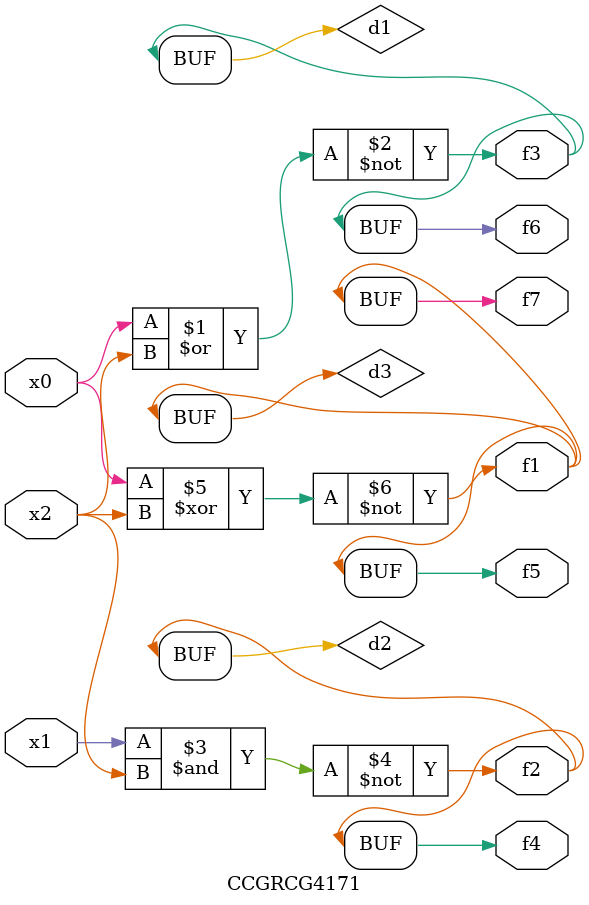
<source format=v>
module CCGRCG4171(
	input x0, x1, x2,
	output f1, f2, f3, f4, f5, f6, f7
);

	wire d1, d2, d3;

	nor (d1, x0, x2);
	nand (d2, x1, x2);
	xnor (d3, x0, x2);
	assign f1 = d3;
	assign f2 = d2;
	assign f3 = d1;
	assign f4 = d2;
	assign f5 = d3;
	assign f6 = d1;
	assign f7 = d3;
endmodule

</source>
